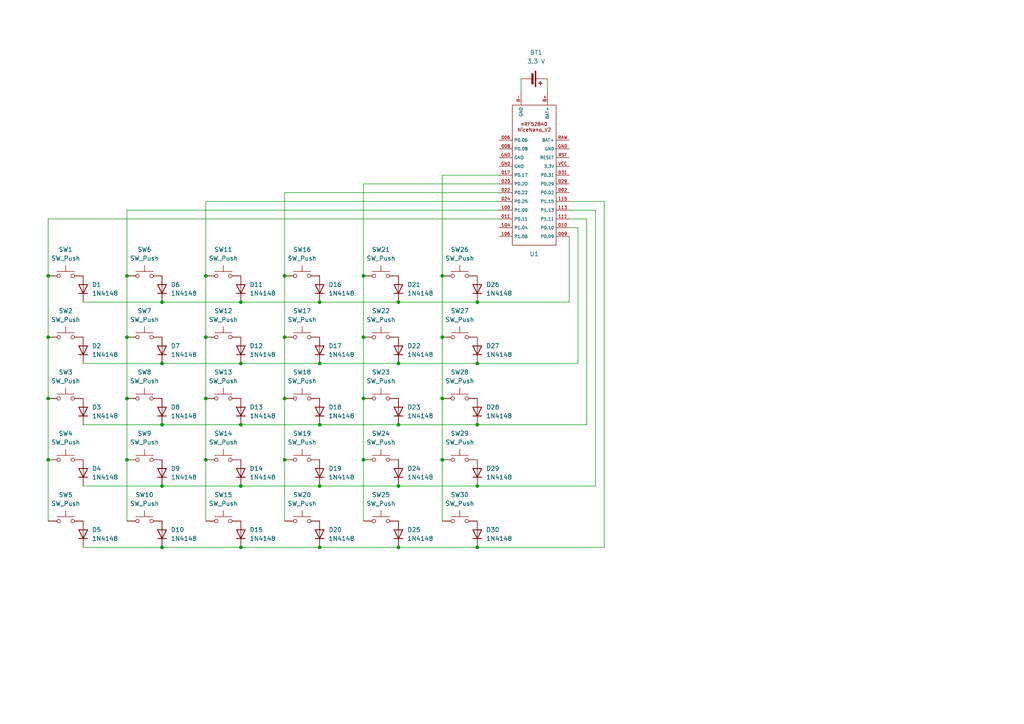
<source format=kicad_sch>
(kicad_sch (version 20250114) (generator "eeschema") (generator_version "9.0")
  (paper "A4")
  (lib_symbols
    (symbol "Device:Battery_Cell" (pin_numbers (hide yes)) (pin_names (offset 0) (hide yes))
      (property "Reference" "BT" (at 2.54 2.54 0))
      (property "Value" "Battery_Cell" (at 2.54 0 0))
      (symbol "Battery_Cell_0_1"
        (rectangle (start -2.286 1.778) (end 2.286 1.524) (fill (type outline)))
        (rectangle (start -1.524 1.016) (end 1.524 0.508) (fill (type outline)))
        (polyline (pts (xy 0 1.778) (xy 0 2.54)))
        (polyline (pts (xy 0 0.762) (xy 0 0)))
        (polyline (pts (xy 0.762 3.048) (xy 1.778 3.048)) (stroke (width 0.254)))
        (polyline (pts (xy 1.27 3.556) (xy 1.27 2.54)) (stroke (width 0.254)))
      )
      (symbol "Battery_Cell_1_1"
        (pin passive line (at 0 5.08 270) (length 2.54) (name "+") (number "1"))
        (pin passive line (at 0 -2.54 90) (length 2.54) (name "-") (number "2"))
      )
    )
    (symbol "Diode:1N4148" (pin_numbers (hide yes)) (pin_names (hide yes))
      (property "Reference" "D" (at 0 2.54 0))
      (property "Value" "1N4148" (at 0 -2.54 0))
      (symbol "1N4148_0_1"
        (polyline (pts (xy -1.27 1.27) (xy -1.27 -1.27)) (stroke (width 0.254)))
        (polyline (pts (xy 1.27 1.27) (xy 1.27 -1.27) (xy -1.27 0) (xy 1.27 1.27)) (stroke (width 0.254)))
        (polyline (pts (xy 1.27 0) (xy -1.27 0)))
      )
      (symbol "1N4148_1_1"
        (pin passive line (at -3.81 0 0) (length 2.54) (name "K") (number "1"))
        (pin passive line (at 3.81 0 180) (length 2.54) (name "A") (number "2"))
      )
    )
    (symbol "NiceNanoV2:NiceNanoV2" (in_bom no) (on_board no)
      (property "Reference" "U1" (at 0 -20.32 0))
      (symbol "NiceNanoV2_0_1"
        (rectangle (start -6.35 22.86) (end 6.35 -17.78))
      )
      (symbol "NiceNanoV2_1_1"
        (text "nRF52840\nNiceNano_V2" (at 0 16.51 0) (effects (font (size 1.016 1.016))))
        (pin bidirectional line (at -10.16 12.7 0) (length 3.81) (name "P0.06") (number "006"))
        (pin bidirectional line (at -10.16 10.16 0) (length 3.81) (name "P0.08") (number "008"))
        (pin power_out line (at -10.16 7.62 0) (length 3.81) (name "GND") (number "GND"))
        (pin power_out line (at -10.16 5.08 0) (length 3.81) (name "GND") (number "GND"))
        (pin bidirectional line (at -10.16 2.54 0) (length 3.81) (name "P0.17") (number "017"))
        (pin bidirectional line (at -10.16 0 0) (length 3.81) (name "P0.20") (number "020"))
        (pin bidirectional line (at -10.16 -2.54 0) (length 3.81) (name "P0.22") (number "022"))
        (pin bidirectional line (at -10.16 -5.08 0) (length 3.81) (name "P0.25") (number "024"))
        (pin bidirectional line (at -10.16 -7.62 0) (length 3.81) (name "P1.00") (number "100"))
        (pin bidirectional line (at -10.16 -10.16 0) (length 3.81) (name "P0.11") (number "011"))
        (pin bidirectional line (at -10.16 -12.7 0) (length 3.81) (name "P1.04") (number "104"))
        (pin bidirectional line (at -10.16 -15.24 0) (length 3.81) (name "P1.06") (number "106"))
        (pin power_out line (at -3.81 26.67 270) (length 3.81) (name "GND") (number "B-"))
        (pin power_in line (at 3.81 26.67 270) (length 3.81) (name "BAT+") (number "B+"))
        (pin power_in line (at 10.16 12.7 180) (length 3.81) (name "BAT+") (number "RAW"))
        (pin power_out line (at 10.16 10.16 180) (length 3.81) (name "GND") (number "GND"))
        (pin input line (at 10.16 7.62 180) (length 3.81) (name "RESET") (number "RST"))
        (pin power_in line (at 10.16 5.08 180) (length 3.81) (name "3.3V") (number "VCC"))
        (pin bidirectional line (at 10.16 2.54 180) (length 3.81) (name "P0.31") (number "031"))
        (pin bidirectional line (at 10.16 0 180) (length 3.81) (name "P0.29") (number "029"))
        (pin bidirectional line (at 10.16 -2.54 180) (length 3.81) (name "P0.02") (number "002"))
        (pin bidirectional line (at 10.16 -5.08 180) (length 3.81) (name "P1.15") (number "115"))
        (pin bidirectional line (at 10.16 -7.62 180) (length 3.81) (name "P1.13") (number "113"))
        (pin bidirectional line (at 10.16 -10.16 180) (length 3.81) (name "P1.11") (number "111"))
        (pin bidirectional line (at 10.16 -12.7 180) (length 3.81) (name "P0.10") (number "010"))
        (pin bidirectional line (at 10.16 -15.24 180) (length 3.81) (name "P0.09") (number "009"))
      )
    )
    (symbol "Switch:SW_Push" (pin_numbers (hide yes)) (pin_names (offset 1.016) (hide yes))
      (property "Reference" "SW" (at 1.27 2.54 0))
      (property "Value" "SW_Push" (at 0 -1.524 0))
      (symbol "SW_Push_0_1"
        (circle (center -2.032 0) (radius 0.508))
        (polyline (pts (xy 0 1.27) (xy 0 3.048)))
        (circle (center 2.032 0) (radius 0.508))
        (polyline (pts (xy 2.54 1.27) (xy -2.54 1.27)))
        (pin passive line (at -5.08 0 0) (length 2.54) (name "1") (number "1"))
        (pin passive line (at 5.08 0 180) (length 2.54) (name "2") (number "2"))
      )
    )
  )
  (junction (at 82.55 97.79))
  (junction (at 138.43 123.19))
  (junction (at 46.99 105.41))
  (junction (at 138.43 105.41))
  (junction (at 82.55 80.01))
  (junction (at 105.41 133.35))
  (junction (at 92.71 140.97))
  (junction (at 105.41 97.79))
  (junction (at 69.85 123.19))
  (junction (at 115.57 140.97))
  (junction (at 46.99 140.97))
  (junction (at 138.43 140.97))
  (junction (at 36.83 115.57))
  (junction (at 128.27 97.79))
  (junction (at 105.41 80.01))
  (junction (at 128.27 80.01))
  (junction (at 115.57 87.63))
  (junction (at 115.57 105.41))
  (junction (at 13.97 115.57))
  (junction (at 59.69 133.35))
  (junction (at 46.99 158.75))
  (junction (at 92.71 123.19))
  (junction (at 138.43 87.63))
  (junction (at 46.99 87.63))
  (junction (at 59.69 115.57))
  (junction (at 92.71 105.41))
  (junction (at 69.85 158.75))
  (junction (at 82.55 115.57))
  (junction (at 105.41 115.57))
  (junction (at 115.57 123.19))
  (junction (at 115.57 158.75))
  (junction (at 69.85 105.41))
  (junction (at 36.83 97.79))
  (junction (at 92.71 158.75))
  (junction (at 46.99 123.19))
  (junction (at 92.71 87.63))
  (junction (at 59.69 80.01))
  (junction (at 69.85 87.63))
  (junction (at 128.27 115.57))
  (junction (at 13.97 97.79))
  (junction (at 138.43 158.75))
  (junction (at 36.83 133.35))
  (junction (at 36.83 80.01))
  (junction (at 128.27 133.35))
  (junction (at 82.55 133.35))
  (junction (at 13.97 80.01))
  (junction (at 59.69 97.79))
  (junction (at 13.97 133.35))
  (junction (at 69.85 140.97))
  (wire (pts (xy 24.13 123.19) (xy 46.99 123.19)))
  (wire (pts (xy 13.97 63.5) (xy 13.97 80.01)))
  (wire (pts (xy 82.55 115.57) (xy 82.55 133.35)))
  (wire (pts (xy 105.41 115.57) (xy 105.41 133.35)))
  (wire (pts (xy 24.13 158.75) (xy 46.99 158.75)))
  (wire (pts (xy 128.27 80.01) (xy 128.27 50.8)))
  (wire (pts (xy 172.72 140.97) (xy 172.72 60.96)))
  (wire (pts (xy 69.85 158.75) (xy 92.71 158.75)))
  (wire (pts (xy 115.57 158.75) (xy 138.43 158.75)))
  (wire (pts (xy 36.83 133.35) (xy 36.83 151.13)))
  (wire (pts (xy 172.72 60.96) (xy 165.1 60.96)))
  (wire (pts (xy 69.85 140.97) (xy 92.71 140.97)))
  (wire (pts (xy 36.83 60.96) (xy 144.78 60.96)))
  (wire (pts (xy 82.55 97.79) (xy 82.55 115.57)))
  (wire (pts (xy 138.43 123.19) (xy 170.18 123.19)))
  (wire (pts (xy 92.71 140.97) (xy 115.57 140.97)))
  (wire (pts (xy 92.71 158.75) (xy 115.57 158.75)))
  (wire (pts (xy 46.99 105.41) (xy 69.85 105.41)))
  (wire (pts (xy 105.41 133.35) (xy 105.41 151.13)))
  (wire (pts (xy 138.43 105.41) (xy 167.64 105.41)))
  (wire (pts (xy 105.41 80.01) (xy 105.41 97.79)))
  (wire (pts (xy 13.97 115.57) (xy 13.97 133.35)))
  (wire (pts (xy 59.69 58.42) (xy 144.78 58.42)))
  (wire (pts (xy 13.97 80.01) (xy 13.97 97.79)))
  (wire (pts (xy 24.13 140.97) (xy 46.99 140.97)))
  (wire (pts (xy 175.26 58.42) (xy 165.1 58.42)))
  (wire (pts (xy 36.83 60.96) (xy 36.83 80.01)))
  (wire (pts (xy 13.97 63.5) (xy 144.78 63.5)))
  (wire (pts (xy 13.97 97.79) (xy 13.97 115.57)))
  (wire (pts (xy 167.64 105.41) (xy 167.64 66.04)))
  (wire (pts (xy 115.57 140.97) (xy 138.43 140.97)))
  (wire (pts (xy 82.55 80.01) (xy 82.55 55.88)))
  (wire (pts (xy 138.43 87.63) (xy 165.1 87.63)))
  (wire (pts (xy 128.27 133.35) (xy 128.27 151.13)))
  (wire (pts (xy 36.83 80.01) (xy 36.83 97.79)))
  (wire (pts (xy 59.69 133.35) (xy 59.69 151.13)))
  (wire (pts (xy 82.55 55.88) (xy 144.78 55.88)))
  (wire (pts (xy 24.13 105.41) (xy 46.99 105.41)))
  (wire (pts (xy 105.41 80.01) (xy 105.41 53.34)))
  (wire (pts (xy 59.69 80.01) (xy 59.69 58.42)))
  (wire (pts (xy 46.99 158.75) (xy 69.85 158.75)))
  (wire (pts (xy 46.99 87.63) (xy 69.85 87.63)))
  (wire (pts (xy 24.13 87.63) (xy 46.99 87.63)))
  (wire (pts (xy 36.83 115.57) (xy 36.83 133.35)))
  (wire (pts (xy 92.71 87.63) (xy 115.57 87.63)))
  (wire (pts (xy 165.1 87.63) (xy 165.1 68.58)))
  (wire (pts (xy 69.85 105.41) (xy 92.71 105.41)))
  (wire (pts (xy 46.99 140.97) (xy 69.85 140.97)))
  (wire (pts (xy 128.27 80.01) (xy 128.27 97.79)))
  (wire (pts (xy 170.18 63.5) (xy 165.1 63.5)))
  (wire (pts (xy 82.55 80.01) (xy 82.55 97.79)))
  (wire (pts (xy 115.57 87.63) (xy 138.43 87.63)))
  (wire (pts (xy 36.83 97.79) (xy 36.83 115.57)))
  (wire (pts (xy 158.75 22.86) (xy 158.75 26.67)))
  (wire (pts (xy 167.64 66.04) (xy 165.1 66.04)))
  (wire (pts (xy 115.57 105.41) (xy 138.43 105.41)))
  (wire (pts (xy 128.27 50.8) (xy 144.78 50.8)))
  (wire (pts (xy 115.57 123.19) (xy 138.43 123.19)))
  (wire (pts (xy 105.41 53.34) (xy 144.78 53.34)))
  (wire (pts (xy 175.26 158.75) (xy 175.26 58.42)))
  (wire (pts (xy 128.27 97.79) (xy 128.27 115.57)))
  (wire (pts (xy 59.69 80.01) (xy 59.69 97.79)))
  (wire (pts (xy 92.71 105.41) (xy 115.57 105.41)))
  (wire (pts (xy 69.85 123.19) (xy 92.71 123.19)))
  (wire (pts (xy 105.41 97.79) (xy 105.41 115.57)))
  (wire (pts (xy 59.69 97.79) (xy 59.69 115.57)))
  (wire (pts (xy 170.18 123.19) (xy 170.18 63.5)))
  (wire (pts (xy 138.43 157.48) (xy 138.43 158.75)))
  (wire (pts (xy 151.13 22.86) (xy 151.13 26.67)))
  (wire (pts (xy 128.27 115.57) (xy 128.27 133.35)))
  (wire (pts (xy 13.97 133.35) (xy 13.97 151.13)))
  (wire (pts (xy 59.69 115.57) (xy 59.69 133.35)))
  (wire (pts (xy 138.43 140.97) (xy 172.72 140.97)))
  (wire (pts (xy 138.43 158.75) (xy 175.26 158.75)))
  (wire (pts (xy 92.71 123.19) (xy 115.57 123.19)))
  (wire (pts (xy 82.55 133.35) (xy 82.55 151.13)))
  (wire (pts (xy 69.85 87.63) (xy 92.71 87.63)))
  (wire (pts (xy 46.99 123.19) (xy 69.85 123.19)))
  (symbol (lib_id "Switch:SW_Push") (at 19.05 115.57 0) (unit 1)
    (property "Reference" "SW3" (at 19.05 107.95 0))
    (property "Value" "SW_Push" (at 19.05 110.49 0))
    (property "Description" "Push button switch, generic, two pins" (effects (hide yes)))
  )
  (symbol (lib_id "Diode:1N4148") (at 138.43 137.16 90) (unit 1)
    (property "Reference" "D29" (at 140.97 135.8899 90) (effects (justify right)))
    (property "Value" "1N4148" (at 140.97 138.4299 90) (effects (justify right)))
    (property "Footprint" "Diode_THT:D_DO-35_SOD27_P7.62mm_Horizontal" (effects (hide yes)))
    (property "Datasheet" "https://assets.nexperia.com/documents/data-sheet/1N4148_1N4448.pdf" (effects (hide yes)))
    (property "Description" "100V 0.15A standard switching diode, DO-35" (effects (hide yes)))
    (property "Sim.Device" "D" (effects (hide yes)))
    (property "Sim.Pins" "1=K 2=A" (effects (hide yes)))
  )
  (symbol (lib_id "Diode:1N4148") (at 69.85 154.94 90) (unit 1)
    (property "Reference" "D15" (at 72.39 153.6699 90) (effects (justify right)))
    (property "Value" "1N4148" (at 72.39 156.2099 90) (effects (justify right)))
    (property "Footprint" "Diode_THT:D_DO-35_SOD27_P7.62mm_Horizontal" (effects (hide yes)))
    (property "Datasheet" "https://assets.nexperia.com/documents/data-sheet/1N4148_1N4448.pdf" (effects (hide yes)))
    (property "Description" "100V 0.15A standard switching diode, DO-35" (effects (hide yes)))
    (property "Sim.Device" "D" (effects (hide yes)))
    (property "Sim.Pins" "1=K 2=A" (effects (hide yes)))
  )
  (symbol (lib_id "Diode:1N4148") (at 138.43 119.38 90) (unit 1)
    (property "Reference" "D28" (at 140.97 118.1099 90) (effects (justify right)))
    (property "Value" "1N4148" (at 140.97 120.6499 90) (effects (justify right)))
    (property "Footprint" "Diode_THT:D_DO-35_SOD27_P7.62mm_Horizontal" (effects (hide yes)))
    (property "Datasheet" "https://assets.nexperia.com/documents/data-sheet/1N4148_1N4448.pdf" (effects (hide yes)))
    (property "Description" "100V 0.15A standard switching diode, DO-35" (effects (hide yes)))
    (property "Sim.Device" "D" (effects (hide yes)))
    (property "Sim.Pins" "1=K 2=A" (effects (hide yes)))
  )
  (symbol (lib_id "Switch:SW_Push") (at 64.77 115.57 0) (unit 1)
    (property "Reference" "SW13" (at 64.77 107.95 0))
    (property "Value" "SW_Push" (at 64.77 110.49 0))
    (property "Description" "Push button switch, generic, two pins" (effects (hide yes)))
  )
  (symbol (lib_id "Diode:1N4148") (at 138.43 101.6 90) (unit 1)
    (property "Reference" "D27" (at 140.97 100.3299 90) (effects (justify right)))
    (property "Value" "1N4148" (at 140.97 102.8699 90) (effects (justify right)))
    (property "Footprint" "Diode_THT:D_DO-35_SOD27_P7.62mm_Horizontal" (effects (hide yes)))
    (property "Datasheet" "https://assets.nexperia.com/documents/data-sheet/1N4148_1N4448.pdf" (effects (hide yes)))
    (property "Description" "100V 0.15A standard switching diode, DO-35" (effects (hide yes)))
    (property "Sim.Device" "D" (effects (hide yes)))
    (property "Sim.Pins" "1=K 2=A" (effects (hide yes)))
  )
  (symbol (lib_id "Switch:SW_Push") (at 87.63 115.57 0) (unit 1)
    (property "Reference" "SW18" (at 87.63 107.95 0))
    (property "Value" "SW_Push" (at 87.63 110.49 0))
    (property "Description" "Push button switch, generic, two pins" (effects (hide yes)))
  )
  (symbol (lib_id "Diode:1N4148") (at 46.99 83.82 90) (unit 1)
    (property "Reference" "D6" (at 49.53 82.5499 90) (effects (justify right)))
    (property "Value" "1N4148" (at 49.53 85.0899 90) (effects (justify right)))
    (property "Footprint" "Diode_THT:D_DO-35_SOD27_P7.62mm_Horizontal" (effects (hide yes)))
    (property "Datasheet" "https://assets.nexperia.com/documents/data-sheet/1N4148_1N4448.pdf" (effects (hide yes)))
    (property "Description" "100V 0.15A standard switching diode, DO-35" (effects (hide yes)))
    (property "Sim.Device" "D" (effects (hide yes)))
    (property "Sim.Pins" "1=K 2=A" (effects (hide yes)))
  )
  (symbol (lib_id "Diode:1N4148") (at 115.57 101.6 90) (unit 1)
    (property "Reference" "D22" (at 118.11 100.3299 90) (effects (justify right)))
    (property "Value" "1N4148" (at 118.11 102.8699 90) (effects (justify right)))
    (property "Footprint" "Diode_THT:D_DO-35_SOD27_P7.62mm_Horizontal" (effects (hide yes)))
    (property "Datasheet" "https://assets.nexperia.com/documents/data-sheet/1N4148_1N4448.pdf" (effects (hide yes)))
    (property "Description" "100V 0.15A standard switching diode, DO-35" (effects (hide yes)))
    (property "Sim.Device" "D" (effects (hide yes)))
    (property "Sim.Pins" "1=K 2=A" (effects (hide yes)))
  )
  (symbol (lib_id "Switch:SW_Push") (at 110.49 151.13 0) (unit 1)
    (property "Reference" "SW25" (at 110.49 143.51 0))
    (property "Value" "SW_Push" (at 110.49 146.05 0))
    (property "Description" "Push button switch, generic, two pins" (effects (hide yes)))
  )
  (symbol (lib_id "Switch:SW_Push") (at 87.63 97.79 0) (unit 1)
    (property "Reference" "SW17" (at 87.63 90.17 0))
    (property "Value" "SW_Push" (at 87.63 92.71 0))
    (property "Description" "Push button switch, generic, two pins" (effects (hide yes)))
  )
  (symbol (lib_id "Diode:1N4148") (at 92.71 119.38 90) (unit 1)
    (property "Reference" "D18" (at 95.25 118.1099 90) (effects (justify right)))
    (property "Value" "1N4148" (at 95.25 120.6499 90) (effects (justify right)))
    (property "Footprint" "Diode_THT:D_DO-35_SOD27_P7.62mm_Horizontal" (effects (hide yes)))
    (property "Datasheet" "https://assets.nexperia.com/documents/data-sheet/1N4148_1N4448.pdf" (effects (hide yes)))
    (property "Description" "100V 0.15A standard switching diode, DO-35" (effects (hide yes)))
    (property "Sim.Device" "D" (effects (hide yes)))
    (property "Sim.Pins" "1=K 2=A" (effects (hide yes)))
  )
  (symbol (lib_id "Switch:SW_Push") (at 19.05 80.01 0) (unit 1)
    (property "Reference" "SW1" (at 19.05 72.39 0))
    (property "Value" "SW_Push" (at 19.05 74.93 0))
    (property "Description" "Push button switch, generic, two pins" (effects (hide yes)))
  )
  (symbol (lib_id "NiceNanoV2:NiceNanoV2") (at 154.94 53.34 0) (unit 1) (in_bom no) (on_board no)
    (property "Reference" "U1" (at 154.94 73.66 0))
  )
  (symbol (lib_id "Switch:SW_Push") (at 41.91 133.35 0) (unit 1)
    (property "Reference" "SW9" (at 41.91 125.73 0))
    (property "Value" "SW_Push" (at 41.91 128.27 0))
    (property "Description" "Push button switch, generic, two pins" (effects (hide yes)))
  )
  (symbol (lib_id "Diode:1N4148") (at 69.85 119.38 90) (unit 1)
    (property "Reference" "D13" (at 72.39 118.1099 90) (effects (justify right)))
    (property "Value" "1N4148" (at 72.39 120.6499 90) (effects (justify right)))
    (property "Footprint" "Diode_THT:D_DO-35_SOD27_P7.62mm_Horizontal" (effects (hide yes)))
    (property "Datasheet" "https://assets.nexperia.com/documents/data-sheet/1N4148_1N4448.pdf" (effects (hide yes)))
    (property "Description" "100V 0.15A standard switching diode, DO-35" (effects (hide yes)))
    (property "Sim.Device" "D" (effects (hide yes)))
    (property "Sim.Pins" "1=K 2=A" (effects (hide yes)))
  )
  (symbol (lib_id "Diode:1N4148") (at 115.57 137.16 90) (unit 1)
    (property "Reference" "D24" (at 118.11 135.8899 90) (effects (justify right)))
    (property "Value" "1N4148" (at 118.11 138.4299 90) (effects (justify right)))
    (property "Footprint" "Diode_THT:D_DO-35_SOD27_P7.62mm_Horizontal" (effects (hide yes)))
    (property "Datasheet" "https://assets.nexperia.com/documents/data-sheet/1N4148_1N4448.pdf" (effects (hide yes)))
    (property "Description" "100V 0.15A standard switching diode, DO-35" (effects (hide yes)))
    (property "Sim.Device" "D" (effects (hide yes)))
    (property "Sim.Pins" "1=K 2=A" (effects (hide yes)))
  )
  (symbol (lib_id "Diode:1N4148") (at 46.99 119.38 90) (unit 1)
    (property "Reference" "D8" (at 49.53 118.1099 90) (effects (justify right)))
    (property "Value" "1N4148" (at 49.53 120.6499 90) (effects (justify right)))
    (property "Footprint" "Diode_THT:D_DO-35_SOD27_P7.62mm_Horizontal" (effects (hide yes)))
    (property "Datasheet" "https://assets.nexperia.com/documents/data-sheet/1N4148_1N4448.pdf" (effects (hide yes)))
    (property "Description" "100V 0.15A standard switching diode, DO-35" (effects (hide yes)))
    (property "Sim.Device" "D" (effects (hide yes)))
    (property "Sim.Pins" "1=K 2=A" (effects (hide yes)))
  )
  (symbol (lib_id "Switch:SW_Push") (at 87.63 80.01 0) (unit 1)
    (property "Reference" "SW16" (at 87.63 72.39 0))
    (property "Value" "SW_Push" (at 87.63 74.93 0))
    (property "Description" "Push button switch, generic, two pins" (effects (hide yes)))
  )
  (symbol (lib_id "Diode:1N4148") (at 92.71 83.82 90) (unit 1)
    (property "Reference" "D16" (at 95.25 82.5499 90) (effects (justify right)))
    (property "Value" "1N4148" (at 95.25 85.0899 90) (effects (justify right)))
    (property "Footprint" "Diode_THT:D_DO-35_SOD27_P7.62mm_Horizontal" (effects (hide yes)))
    (property "Datasheet" "https://assets.nexperia.com/documents/data-sheet/1N4148_1N4448.pdf" (effects (hide yes)))
    (property "Description" "100V 0.15A standard switching diode, DO-35" (effects (hide yes)))
    (property "Sim.Device" "D" (effects (hide yes)))
    (property "Sim.Pins" "1=K 2=A" (effects (hide yes)))
  )
  (symbol (lib_id "Diode:1N4148") (at 24.13 83.82 90) (unit 1)
    (property "Reference" "D1" (at 26.67 82.5499 90) (effects (justify right)))
    (property "Value" "1N4148" (at 26.67 85.0899 90) (effects (justify right)))
    (property "Footprint" "Diode_THT:D_DO-35_SOD27_P7.62mm_Horizontal" (effects (hide yes)))
    (property "Datasheet" "https://assets.nexperia.com/documents/data-sheet/1N4148_1N4448.pdf" (effects (hide yes)))
    (property "Description" "100V 0.15A standard switching diode, DO-35" (effects (hide yes)))
    (property "Sim.Device" "D" (effects (hide yes)))
    (property "Sim.Pins" "1=K 2=A" (effects (hide yes)))
  )
  (symbol (lib_id "Diode:1N4148") (at 24.13 154.94 90) (unit 1)
    (property "Reference" "D5" (at 26.67 153.6699 90) (effects (justify right)))
    (property "Value" "1N4148" (at 26.67 156.2099 90) (effects (justify right)))
    (property "Footprint" "Diode_THT:D_DO-35_SOD27_P7.62mm_Horizontal" (effects (hide yes)))
    (property "Datasheet" "https://assets.nexperia.com/documents/data-sheet/1N4148_1N4448.pdf" (effects (hide yes)))
    (property "Description" "100V 0.15A standard switching diode, DO-35" (effects (hide yes)))
    (property "Sim.Device" "D" (effects (hide yes)))
    (property "Sim.Pins" "1=K 2=A" (effects (hide yes)))
  )
  (symbol (lib_id "Switch:SW_Push") (at 133.35 151.13 0) (unit 1)
    (property "Reference" "SW30" (at 133.35 143.51 0))
    (property "Value" "SW_Push" (at 133.35 146.05 0))
    (property "Description" "Push button switch, generic, two pins" (effects (hide yes)))
  )
  (symbol (lib_id "Switch:SW_Push") (at 133.35 133.35 0) (unit 1)
    (property "Reference" "SW29" (at 133.35 125.73 0))
    (property "Value" "SW_Push" (at 133.35 128.27 0))
    (property "Description" "Push button switch, generic, two pins" (effects (hide yes)))
  )
  (symbol (lib_id "Switch:SW_Push") (at 110.49 80.01 0) (unit 1)
    (property "Reference" "SW21" (at 110.49 72.39 0))
    (property "Value" "SW_Push" (at 110.49 74.93 0))
    (property "Description" "Push button switch, generic, two pins" (effects (hide yes)))
  )
  (symbol (lib_id "Switch:SW_Push") (at 87.63 151.13 0) (unit 1)
    (property "Reference" "SW20" (at 87.63 143.51 0))
    (property "Value" "SW_Push" (at 87.63 146.05 0))
    (property "Description" "Push button switch, generic, two pins" (effects (hide yes)))
  )
  (symbol (lib_id "Diode:1N4148") (at 69.85 101.6 90) (unit 1)
    (property "Reference" "D12" (at 72.39 100.3299 90) (effects (justify right)))
    (property "Value" "1N4148" (at 72.39 102.8699 90) (effects (justify right)))
    (property "Footprint" "Diode_THT:D_DO-35_SOD27_P7.62mm_Horizontal" (effects (hide yes)))
    (property "Datasheet" "https://assets.nexperia.com/documents/data-sheet/1N4148_1N4448.pdf" (effects (hide yes)))
    (property "Description" "100V 0.15A standard switching diode, DO-35" (effects (hide yes)))
    (property "Sim.Device" "D" (effects (hide yes)))
    (property "Sim.Pins" "1=K 2=A" (effects (hide yes)))
  )
  (symbol (lib_id "Switch:SW_Push") (at 64.77 80.01 0) (unit 1)
    (property "Reference" "SW11" (at 64.77 72.39 0))
    (property "Value" "SW_Push" (at 64.77 74.93 0))
    (property "Description" "Push button switch, generic, two pins" (effects (hide yes)))
  )
  (symbol (lib_id "Switch:SW_Push") (at 133.35 115.57 0) (unit 1)
    (property "Reference" "SW28" (at 133.35 107.95 0))
    (property "Value" "SW_Push" (at 133.35 110.49 0))
    (property "Description" "Push button switch, generic, two pins" (effects (hide yes)))
  )
  (symbol (lib_id "Switch:SW_Push") (at 64.77 97.79 0) (unit 1)
    (property "Reference" "SW12" (at 64.77 90.17 0))
    (property "Value" "SW_Push" (at 64.77 92.71 0))
    (property "Description" "Push button switch, generic, two pins" (effects (hide yes)))
  )
  (symbol (lib_id "Device:Battery_Cell") (at 153.67 22.86 270) (unit 1)
    (property "Reference" "BT1" (at 155.5115 15.24 90))
    (property "Value" "3.3 V" (at 155.5115 17.78 90))
    (property "Description" "Single-cell battery" (effects (hide yes)))
  )
  (symbol (lib_id "Diode:1N4148") (at 115.57 119.38 90) (unit 1)
    (property "Reference" "D23" (at 118.11 118.1099 90) (effects (justify right)))
    (property "Value" "1N4148" (at 118.11 120.6499 90) (effects (justify right)))
    (property "Footprint" "Diode_THT:D_DO-35_SOD27_P7.62mm_Horizontal" (effects (hide yes)))
    (property "Datasheet" "https://assets.nexperia.com/documents/data-sheet/1N4148_1N4448.pdf" (effects (hide yes)))
    (property "Description" "100V 0.15A standard switching diode, DO-35" (effects (hide yes)))
    (property "Sim.Device" "D" (effects (hide yes)))
    (property "Sim.Pins" "1=K 2=A" (effects (hide yes)))
  )
  (symbol (lib_id "Diode:1N4148") (at 69.85 83.82 90) (unit 1)
    (property "Reference" "D11" (at 72.39 82.5499 90) (effects (justify right)))
    (property "Value" "1N4148" (at 72.39 85.0899 90) (effects (justify right)))
    (property "Footprint" "Diode_THT:D_DO-35_SOD27_P7.62mm_Horizontal" (effects (hide yes)))
    (property "Datasheet" "https://assets.nexperia.com/documents/data-sheet/1N4148_1N4448.pdf" (effects (hide yes)))
    (property "Description" "100V 0.15A standard switching diode, DO-35" (effects (hide yes)))
    (property "Sim.Device" "D" (effects (hide yes)))
    (property "Sim.Pins" "1=K 2=A" (effects (hide yes)))
  )
  (symbol (lib_id "Diode:1N4148") (at 115.57 83.82 90) (unit 1)
    (property "Reference" "D21" (at 118.11 82.5499 90) (effects (justify right)))
    (property "Value" "1N4148" (at 118.11 85.0899 90) (effects (justify right)))
    (property "Footprint" "Diode_THT:D_DO-35_SOD27_P7.62mm_Horizontal" (effects (hide yes)))
    (property "Datasheet" "https://assets.nexperia.com/documents/data-sheet/1N4148_1N4448.pdf" (effects (hide yes)))
    (property "Description" "100V 0.15A standard switching diode, DO-35" (effects (hide yes)))
    (property "Sim.Device" "D" (effects (hide yes)))
    (property "Sim.Pins" "1=K 2=A" (effects (hide yes)))
  )
  (symbol (lib_id "Diode:1N4148") (at 92.71 154.94 90) (unit 1)
    (property "Reference" "D20" (at 95.25 153.6699 90) (effects (justify right)))
    (property "Value" "1N4148" (at 95.25 156.2099 90) (effects (justify right)))
    (property "Footprint" "Diode_THT:D_DO-35_SOD27_P7.62mm_Horizontal" (effects (hide yes)))
    (property "Datasheet" "https://assets.nexperia.com/documents/data-sheet/1N4148_1N4448.pdf" (effects (hide yes)))
    (property "Description" "100V 0.15A standard switching diode, DO-35" (effects (hide yes)))
    (property "Sim.Device" "D" (effects (hide yes)))
    (property "Sim.Pins" "1=K 2=A" (effects (hide yes)))
  )
  (symbol (lib_id "Switch:SW_Push") (at 64.77 133.35 0) (unit 1)
    (property "Reference" "SW14" (at 64.77 125.73 0))
    (property "Value" "SW_Push" (at 64.77 128.27 0))
    (property "Description" "Push button switch, generic, two pins" (effects (hide yes)))
  )
  (symbol (lib_id "Switch:SW_Push") (at 19.05 97.79 0) (unit 1)
    (property "Reference" "SW2" (at 19.05 90.17 0))
    (property "Value" "SW_Push" (at 19.05 92.71 0))
    (property "Description" "Push button switch, generic, two pins" (effects (hide yes)))
  )
  (symbol (lib_id "Switch:SW_Push") (at 133.35 80.01 0) (unit 1)
    (property "Reference" "SW26" (at 133.35 72.39 0))
    (property "Value" "SW_Push" (at 133.35 74.93 0))
    (property "Description" "Push button switch, generic, two pins" (effects (hide yes)))
  )
  (symbol (lib_id "Switch:SW_Push") (at 41.91 151.13 0) (unit 1)
    (property "Reference" "SW10" (at 41.91 143.51 0))
    (property "Value" "SW_Push" (at 41.91 146.05 0))
    (property "Description" "Push button switch, generic, two pins" (effects (hide yes)))
  )
  (symbol (lib_id "Switch:SW_Push") (at 133.35 97.79 0) (unit 1)
    (property "Reference" "SW27" (at 133.35 90.17 0))
    (property "Value" "SW_Push" (at 133.35 92.71 0))
    (property "Description" "Push button switch, generic, two pins" (effects (hide yes)))
  )
  (symbol (lib_id "Diode:1N4148") (at 24.13 137.16 90) (unit 1)
    (property "Reference" "D4" (at 26.67 135.8899 90) (effects (justify right)))
    (property "Value" "1N4148" (at 26.67 138.4299 90) (effects (justify right)))
    (property "Footprint" "Diode_THT:D_DO-35_SOD27_P7.62mm_Horizontal" (effects (hide yes)))
    (property "Datasheet" "https://assets.nexperia.com/documents/data-sheet/1N4148_1N4448.pdf" (effects (hide yes)))
    (property "Description" "100V 0.15A standard switching diode, DO-35" (effects (hide yes)))
    (property "Sim.Device" "D" (effects (hide yes)))
    (property "Sim.Pins" "1=K 2=A" (effects (hide yes)))
  )
  (symbol (lib_id "Diode:1N4148") (at 46.99 154.94 90) (unit 1)
    (property "Reference" "D10" (at 49.53 153.6699 90) (effects (justify right)))
    (property "Value" "1N4148" (at 49.53 156.2099 90) (effects (justify right)))
    (property "Footprint" "Diode_THT:D_DO-35_SOD27_P7.62mm_Horizontal" (effects (hide yes)))
    (property "Datasheet" "https://assets.nexperia.com/documents/data-sheet/1N4148_1N4448.pdf" (effects (hide yes)))
    (property "Description" "100V 0.15A standard switching diode, DO-35" (effects (hide yes)))
    (property "Sim.Device" "D" (effects (hide yes)))
    (property "Sim.Pins" "1=K 2=A" (effects (hide yes)))
  )
  (symbol (lib_id "Switch:SW_Push") (at 19.05 133.35 0) (unit 1)
    (property "Reference" "SW4" (at 19.05 125.73 0))
    (property "Value" "SW_Push" (at 19.05 128.27 0))
    (property "Description" "Push button switch, generic, two pins" (effects (hide yes)))
  )
  (symbol (lib_id "Diode:1N4148") (at 138.43 83.82 90) (unit 1)
    (property "Reference" "D26" (at 140.97 82.5499 90) (effects (justify right)))
    (property "Value" "1N4148" (at 140.97 85.0899 90) (effects (justify right)))
    (property "Footprint" "Diode_THT:D_DO-35_SOD27_P7.62mm_Horizontal" (effects (hide yes)))
    (property "Datasheet" "https://assets.nexperia.com/documents/data-sheet/1N4148_1N4448.pdf" (effects (hide yes)))
    (property "Description" "100V 0.15A standard switching diode, DO-35" (effects (hide yes)))
    (property "Sim.Device" "D" (effects (hide yes)))
    (property "Sim.Pins" "1=K 2=A" (effects (hide yes)))
  )
  (symbol (lib_id "Diode:1N4148") (at 24.13 119.38 90) (unit 1)
    (property "Reference" "D3" (at 26.67 118.1099 90) (effects (justify right)))
    (property "Value" "1N4148" (at 26.67 120.6499 90) (effects (justify right)))
    (property "Footprint" "Diode_THT:D_DO-35_SOD27_P7.62mm_Horizontal" (effects (hide yes)))
    (property "Datasheet" "https://assets.nexperia.com/documents/data-sheet/1N4148_1N4448.pdf" (effects (hide yes)))
    (property "Description" "100V 0.15A standard switching diode, DO-35" (effects (hide yes)))
    (property "Sim.Device" "D" (effects (hide yes)))
    (property "Sim.Pins" "1=K 2=A" (effects (hide yes)))
  )
  (symbol (lib_id "Switch:SW_Push") (at 87.63 133.35 0) (unit 1)
    (property "Reference" "SW19" (at 87.63 125.73 0))
    (property "Value" "SW_Push" (at 87.63 128.27 0))
    (property "Description" "Push button switch, generic, two pins" (effects (hide yes)))
  )
  (symbol (lib_id "Switch:SW_Push") (at 19.05 151.13 0) (unit 1)
    (property "Reference" "SW5" (at 19.05 143.51 0))
    (property "Value" "SW_Push" (at 19.05 146.05 0))
    (property "Description" "Push button switch, generic, two pins" (effects (hide yes)))
  )
  (symbol (lib_id "Diode:1N4148") (at 115.57 154.94 90) (unit 1)
    (property "Reference" "D25" (at 118.11 153.6699 90) (effects (justify right)))
    (property "Value" "1N4148" (at 118.11 156.2099 90) (effects (justify right)))
    (property "Footprint" "Diode_THT:D_DO-35_SOD27_P7.62mm_Horizontal" (effects (hide yes)))
    (property "Datasheet" "https://assets.nexperia.com/documents/data-sheet/1N4148_1N4448.pdf" (effects (hide yes)))
    (property "Description" "100V 0.15A standard switching diode, DO-35" (effects (hide yes)))
    (property "Sim.Device" "D" (effects (hide yes)))
    (property "Sim.Pins" "1=K 2=A" (effects (hide yes)))
  )
  (symbol (lib_id "Switch:SW_Push") (at 41.91 97.79 0) (unit 1)
    (property "Reference" "SW7" (at 41.91 90.17 0))
    (property "Value" "SW_Push" (at 41.91 92.71 0))
    (property "Description" "Push button switch, generic, two pins" (effects (hide yes)))
  )
  (symbol (lib_id "Switch:SW_Push") (at 110.49 97.79 0) (unit 1)
    (property "Reference" "SW22" (at 110.49 90.17 0))
    (property "Value" "SW_Push" (at 110.49 92.71 0))
    (property "Description" "Push button switch, generic, two pins" (effects (hide yes)))
  )
  (symbol (lib_id "Switch:SW_Push") (at 41.91 80.01 0) (unit 1)
    (property "Reference" "SW6" (at 41.91 72.39 0))
    (property "Value" "SW_Push" (at 41.91 74.93 0))
    (property "Description" "Push button switch, generic, two pins" (effects (hide yes)))
  )
  (symbol (lib_id "Diode:1N4148") (at 24.13 101.6 90) (unit 1)
    (property "Reference" "D2" (at 26.67 100.3299 90) (effects (justify right)))
    (property "Value" "1N4148" (at 26.67 102.8699 90) (effects (justify right)))
    (property "Footprint" "Diode_THT:D_DO-35_SOD27_P7.62mm_Horizontal" (effects (hide yes)))
    (property "Datasheet" "https://assets.nexperia.com/documents/data-sheet/1N4148_1N4448.pdf" (effects (hide yes)))
    (property "Description" "100V 0.15A standard switching diode, DO-35" (effects (hide yes)))
    (property "Sim.Device" "D" (effects (hide yes)))
    (property "Sim.Pins" "1=K 2=A" (effects (hide yes)))
  )
  (symbol (lib_id "Diode:1N4148") (at 92.71 101.6 90) (unit 1)
    (property "Reference" "D17" (at 95.25 100.3299 90) (effects (justify right)))
    (property "Value" "1N4148" (at 95.25 102.8699 90) (effects (justify right)))
    (property "Footprint" "Diode_THT:D_DO-35_SOD27_P7.62mm_Horizontal" (effects (hide yes)))
    (property "Datasheet" "https://assets.nexperia.com/documents/data-sheet/1N4148_1N4448.pdf" (effects (hide yes)))
    (property "Description" "100V 0.15A standard switching diode, DO-35" (effects (hide yes)))
    (property "Sim.Device" "D" (effects (hide yes)))
    (property "Sim.Pins" "1=K 2=A" (effects (hide yes)))
  )
  (symbol (lib_id "Diode:1N4148") (at 92.71 137.16 90) (unit 1)
    (property "Reference" "D19" (at 95.25 135.8899 90) (effects (justify right)))
    (property "Value" "1N4148" (at 95.25 138.4299 90) (effects (justify right)))
    (property "Footprint" "Diode_THT:D_DO-35_SOD27_P7.62mm_Horizontal" (effects (hide yes)))
    (property "Datasheet" "https://assets.nexperia.com/documents/data-sheet/1N4148_1N4448.pdf" (effects (hide yes)))
    (property "Description" "100V 0.15A standard switching diode, DO-35" (effects (hide yes)))
    (property "Sim.Device" "D" (effects (hide yes)))
    (property "Sim.Pins" "1=K 2=A" (effects (hide yes)))
  )
  (symbol (lib_id "Diode:1N4148") (at 46.99 101.6 90) (unit 1)
    (property "Reference" "D7" (at 49.53 100.3299 90) (effects (justify right)))
    (property "Value" "1N4148" (at 49.53 102.8699 90) (effects (justify right)))
    (property "Footprint" "Diode_THT:D_DO-35_SOD27_P7.62mm_Horizontal" (effects (hide yes)))
    (property "Datasheet" "https://assets.nexperia.com/documents/data-sheet/1N4148_1N4448.pdf" (effects (hide yes)))
    (property "Description" "100V 0.15A standard switching diode, DO-35" (effects (hide yes)))
    (property "Sim.Device" "D" (effects (hide yes)))
    (property "Sim.Pins" "1=K 2=A" (effects (hide yes)))
  )
  (symbol (lib_id "Diode:1N4148") (at 46.99 137.16 90) (unit 1)
    (property "Reference" "D9" (at 49.53 135.8899 90) (effects (justify right)))
    (property "Value" "1N4148" (at 49.53 138.4299 90) (effects (justify right)))
    (property "Footprint" "Diode_THT:D_DO-35_SOD27_P7.62mm_Horizontal" (effects (hide yes)))
    (property "Datasheet" "https://assets.nexperia.com/documents/data-sheet/1N4148_1N4448.pdf" (effects (hide yes)))
    (property "Description" "100V 0.15A standard switching diode, DO-35" (effects (hide yes)))
    (property "Sim.Device" "D" (effects (hide yes)))
    (property "Sim.Pins" "1=K 2=A" (effects (hide yes)))
  )
  (symbol (lib_id "Switch:SW_Push") (at 41.91 115.57 0) (unit 1)
    (property "Reference" "SW8" (at 41.91 107.95 0))
    (property "Value" "SW_Push" (at 41.91 110.49 0))
    (property "Description" "Push button switch, generic, two pins" (effects (hide yes)))
  )
  (symbol (lib_id "Diode:1N4148") (at 69.85 137.16 90) (unit 1)
    (property "Reference" "D14" (at 72.39 135.8899 90) (effects (justify right)))
    (property "Value" "1N4148" (at 72.39 138.4299 90) (effects (justify right)))
    (property "Footprint" "Diode_THT:D_DO-35_SOD27_P7.62mm_Horizontal" (effects (hide yes)))
    (property "Datasheet" "https://assets.nexperia.com/documents/data-sheet/1N4148_1N4448.pdf" (effects (hide yes)))
    (property "Description" "100V 0.15A standard switching diode, DO-35" (effects (hide yes)))
    (property "Sim.Device" "D" (effects (hide yes)))
    (property "Sim.Pins" "1=K 2=A" (effects (hide yes)))
  )
  (symbol (lib_id "Diode:1N4148") (at 138.43 154.94 90) (unit 1)
    (property "Reference" "D30" (at 140.97 153.6699 90) (effects (justify right)))
    (property "Value" "1N4148" (at 140.97 156.2099 90) (effects (justify right)))
    (property "Footprint" "Diode_THT:D_DO-35_SOD27_P7.62mm_Horizontal" (effects (hide yes)))
    (property "Datasheet" "https://assets.nexperia.com/documents/data-sheet/1N4148_1N4448.pdf" (effects (hide yes)))
    (property "Description" "100V 0.15A standard switching diode, DO-35" (effects (hide yes)))
    (property "Sim.Device" "D" (effects (hide yes)))
    (property "Sim.Pins" "1=K 2=A" (effects (hide yes)))
  )
  (symbol (lib_id "Switch:SW_Push") (at 110.49 115.57 0) (unit 1)
    (property "Reference" "SW23" (at 110.49 107.95 0))
    (property "Value" "SW_Push" (at 110.49 110.49 0))
    (property "Description" "Push button switch, generic, two pins" (effects (hide yes)))
  )
  (symbol (lib_id "Switch:SW_Push") (at 64.77 151.13 0) (unit 1)
    (property "Reference" "SW15" (at 64.77 143.51 0))
    (property "Value" "SW_Push" (at 64.77 146.05 0))
    (property "Description" "Push button switch, generic, two pins" (effects (hide yes)))
  )
  (symbol (lib_id "Switch:SW_Push") (at 110.49 133.35 0) (unit 1)
    (property "Reference" "SW24" (at 110.49 125.73 0))
    (property "Value" "SW_Push" (at 110.49 128.27 0))
    (property "Description" "Push button switch, generic, two pins" (effects (hide yes)))
  )
)
</source>
